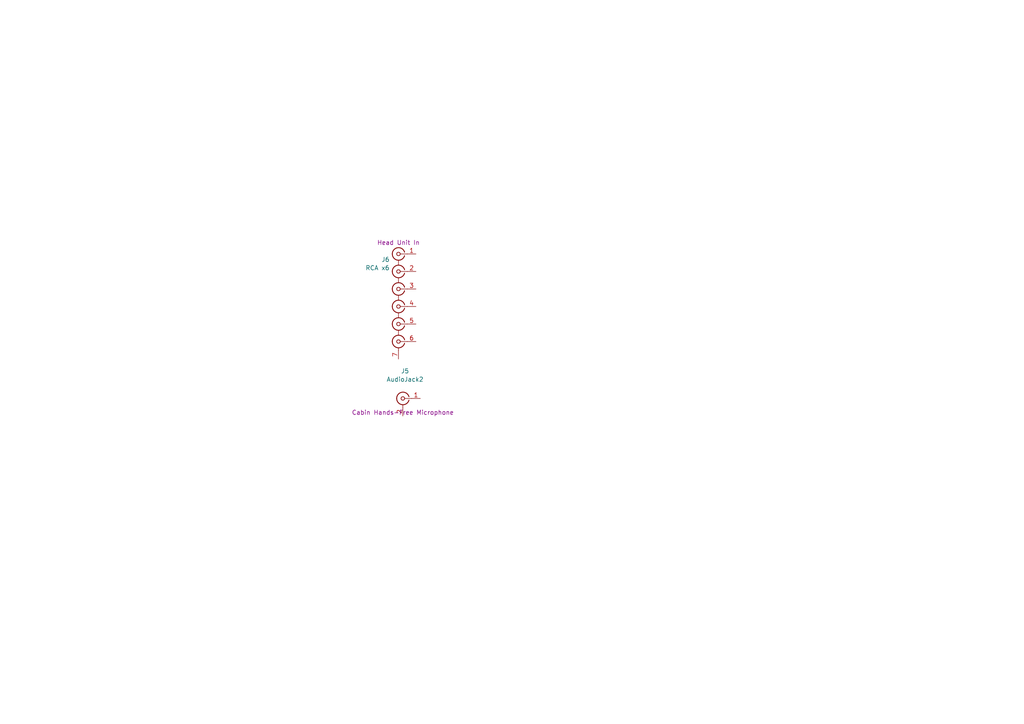
<source format=kicad_sch>
(kicad_sch (version 20250114) (generator "eeschema") (generator_version "9.0")
  (paper "A4")
  (lib_symbols
    (symbol "Connector:Conn_Coaxial" (pin_names (offset 1.016) (hide yes))
      (property "Reference" "J" (at 0.254 3.048 0))
      (property "Value" "Conn_Coaxial" (at 2.921 0 90))
      (symbol "Conn_Coaxial_0_1"
        (polyline (pts (xy -2.54 0) (xy -0.508 0)))
        (arc (start 1.778 0) (mid 0.222 -1.8079) (end -1.778 -0.508) (stroke (width 0.254)))
        (arc (start -1.778 0.508) (mid 0.2221 1.8084) (end 1.778 0) (stroke (width 0.254)))
        (circle (center 0 0) (radius 0.508) (stroke (width 0.2032)))
        (polyline (pts (xy 0 -2.54) (xy 0 -1.778)))
      )
      (symbol "Conn_Coaxial_1_1"
        (pin passive line (at -5.08 0 0) (length 2.54) (name "In") (number "1"))
        (pin passive line (at 0 -5.08 90) (length 2.54) (name "Ext") (number "2"))
      )
    )
    (symbol "Connector:Conn_Coaxial_x2" (pin_names (offset 1.016) (hide yes))
      (property "Reference" "J6" (at 2.5401 0.919 0))
      (property "Value" "Conn_Coaxial_x2" (at 2.5401 -1.5053 0))
      (symbol "Conn_Coaxial_x2_0_1"
        (polyline (pts (xy -2.54 2.54) (xy -0.508 2.54)))
        (polyline (pts (xy -2.54 -2.54) (xy -0.508 -2.54)))
        (polyline (pts (xy -2.54 -7.62) (xy -0.508 -7.62)))
        (polyline (pts (xy -2.54 -12.7) (xy -0.508 -12.7)))
        (polyline (pts (xy -2.54 -17.78) (xy -0.508 -17.78)))
        (polyline (pts (xy -2.54 -22.86) (xy -0.508 -22.86)))
        (arc (start 1.778 2.54) (mid 0.222 0.7321) (end -1.778 2.032) (stroke (width 0.254)))
        (arc (start 1.778 -2.54) (mid 0.222 -4.3479) (end -1.778 -3.048) (stroke (width 0.254)))
        (arc (start 1.778 -7.62) (mid 0.222 -9.4279) (end -1.778 -8.128) (stroke (width 0.254)))
        (arc (start 1.778 -12.7) (mid 0.222 -14.5079) (end -1.778 -13.208) (stroke (width 0.254)))
        (arc (start 1.778 -17.78) (mid 0.222 -19.5879) (end -1.778 -18.288) (stroke (width 0.254)))
        (arc (start 1.778 -22.86) (mid 0.222 -24.6679) (end -1.778 -23.368) (stroke (width 0.254)))
        (arc (start -1.778 3.048) (mid 0.2221 4.3484) (end 1.778 2.54) (stroke (width 0.254)))
        (arc (start -1.778 -2.032) (mid 0.2221 -0.7316) (end 1.778 -2.54) (stroke (width 0.254)))
        (arc (start -1.778 -7.112) (mid 0.2221 -5.8116) (end 1.778 -7.62) (stroke (width 0.254)))
        (arc (start -1.778 -12.192) (mid 0.2221 -10.8916) (end 1.778 -12.7) (stroke (width 0.254)))
        (arc (start -1.778 -17.272) (mid 0.2221 -15.9716) (end 1.778 -17.78) (stroke (width 0.254)))
        (arc (start -1.778 -22.352) (mid 0.2221 -21.0516) (end 1.778 -22.86) (stroke (width 0.254)))
        (circle (center 0 2.54) (radius 0.508) (stroke (width 0.2032)))
        (polyline (pts (xy 0 0.762) (xy 0 -0.635)))
        (circle (center 0 -2.54) (radius 0.508) (stroke (width 0.2032)))
        (polyline (pts (xy 0 -4.445) (xy 0 -5.842)))
        (circle (center 0 -7.62) (radius 0.508) (stroke (width 0.2032)))
        (polyline (pts (xy 0 -9.525) (xy 0 -10.922)))
        (circle (center 0 -12.7) (radius 0.508) (stroke (width 0.2032)))
        (polyline (pts (xy 0 -14.605) (xy 0 -16.002)))
        (circle (center 0 -17.78) (radius 0.508) (stroke (width 0.2032)))
        (polyline (pts (xy 0 -19.685) (xy 0 -21.082)))
        (circle (center 0 -22.86) (radius 0.508) (stroke (width 0.2032)))
        (polyline (pts (xy 0 -25.4) (xy 0 -24.638)))
      )
      (symbol "Conn_Coaxial_x2_1_1"
        (pin passive line (at -5.08 2.54 0) (length 2.54) (name "IN1") (number "1"))
        (pin passive line (at -5.08 -2.54 0) (length 2.54) (name "IN2") (number "2"))
        (pin passive line (at -5.08 -7.62 0) (length 2.54) (name "IN2") (number "3"))
        (pin passive line (at -5.08 -12.7 0) (length 2.54) (name "IN2") (number "4"))
        (pin passive line (at -5.08 -17.78 0) (length 2.54) (name "IN2") (number "5"))
        (pin passive line (at -5.08 -22.86 0) (length 2.54) (name "IN2") (number "6"))
        (pin passive line (at 0 -27.94 90) (length 2.54) (name "EXT") (number "7"))
      )
    )
  )
  (symbol (lib_id "Connector:Conn_Coaxial") (at 116.84 115.57 0) (mirror y) (unit 1)
    (property "Reference" "J5" (at 117.475 107.6155 0))
    (property "Value" "AudioJack2" (at 117.475 110.0398 0))
    (property "Description" "coaxial connector (BNC, SMA, SMB, SMC, Cinch/RCA, LEMO, ...)" (effects (hide yes)))
    (property "Name" "Cabin Hands-Free Microphone" (at 116.84 119.634 0))
  )
  (symbol (lib_id "Connector:Conn_Coaxial_x2") (at 115.57 76.2 0) (mirror y) (unit 1)
    (property "Reference" "J6" (at 113.0299 75.281 0) (effects (justify left)))
    (property "Value" "RCA x6" (at 113.0299 77.7053 0) (effects (justify left)))
    (property "Description" "double coaxial connector (BNC, SMA, SMB, SMC, Cinch/RCA, LEMO, ...)" (effects (hide yes)))
    (property "Name" "Head Unit In" (at 115.57 70.358 0))
  )
)
</source>
